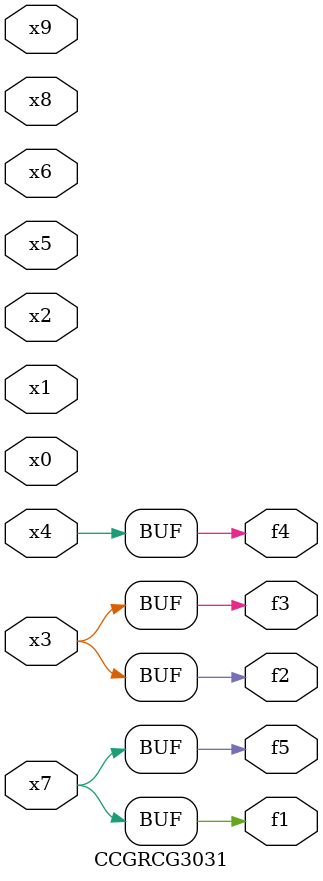
<source format=v>
module CCGRCG3031(
	input x0, x1, x2, x3, x4, x5, x6, x7, x8, x9,
	output f1, f2, f3, f4, f5
);
	assign f1 = x7;
	assign f2 = x3;
	assign f3 = x3;
	assign f4 = x4;
	assign f5 = x7;
endmodule

</source>
